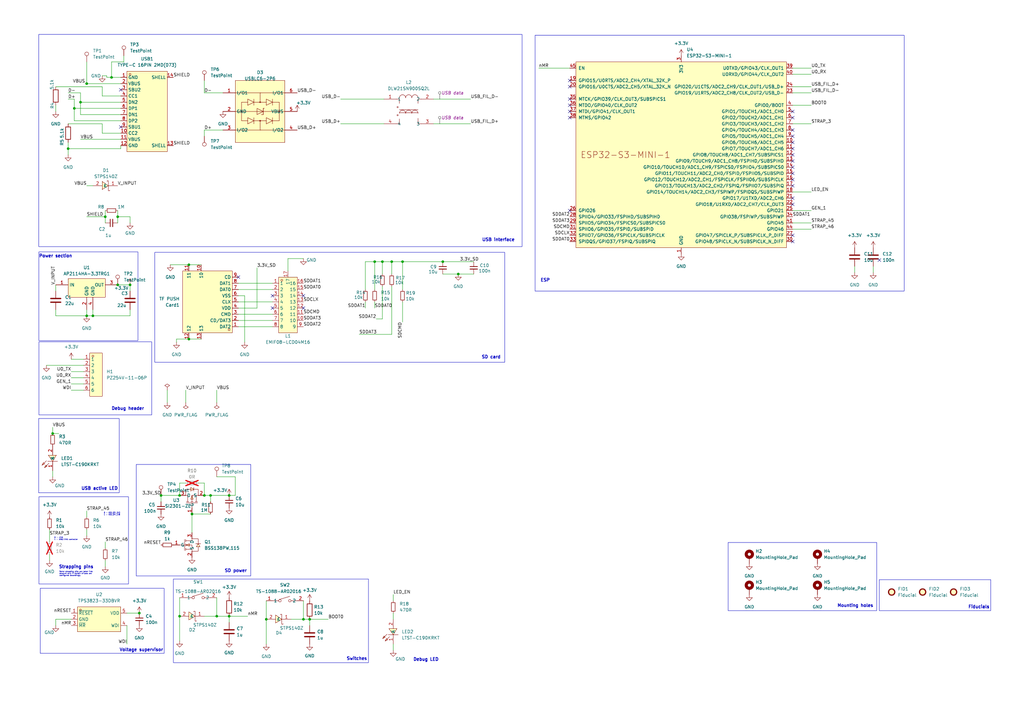
<source format=kicad_sch>
(kicad_sch (version 20230121) (generator eeschema)
  (paper "A3")
  (junction (at 83.82 203.2))
  (junction (at 35.56 129.54))
  (junction (at 38.1 129.54))
  (junction (at 124.46 254))
  (junction (at 66.04 203.2))
  (junction (at 93.98 252.73))
  (junction (at 165.1 107.315))
  (junction (at 86.36 203.2))
  (junction (at 78.74 210.82))
  (junction (at 48.26 88.9))
  (junction (at 160.655 107.315))
  (junction (at 187.96 112.395))
  (junction (at 43.18 88.9))
  (junction (at 27.94 60.96))
  (junction (at 109.22 254))
  (junction (at 30.48 44.45))
  (junction (at 73.66 203.2))
  (junction (at 73.66 252.73))
  (junction (at 77.47 108.585))
  (junction (at 33.02 41.91))
  (junction (at 57.15 251.46))
  (junction (at 127 254))
  (junction (at 77.47 139.065))
  (junction (at 53.34 116.84))
  (junction (at 156.845 107.315))
  (junction (at 48.26 116.84))
  (junction (at 35.56 34.29))
  (junction (at 153.67 107.315))
  (junction (at 45.7504 31.75))
  (junction (at 181.61 107.315))
  (junction (at 88.9 252.73))
  (junction (at 21.59 177.8))
  (junction (at 93.98 203.2))
  (no_connect (at 49.53 36.83))
  (no_connect (at 325.12 83.82))
  (no_connect (at 360.68 106.68))
  (no_connect (at 325.12 60.96))
  (no_connect (at 325.12 63.5))
  (no_connect (at 325.12 48.26))
  (no_connect (at 325.12 81.28))
  (no_connect (at 124.46 126.365))
  (no_connect (at 325.12 53.34))
  (no_connect (at 233.68 40.64))
  (no_connect (at 325.12 68.58))
  (no_connect (at 325.12 76.2))
  (no_connect (at 325.12 71.12))
  (no_connect (at 325.12 58.42))
  (no_connect (at 111.76 126.365))
  (no_connect (at 233.68 48.26))
  (no_connect (at 325.12 45.72))
  (no_connect (at 97.79 113.665))
  (no_connect (at 325.12 55.88))
  (no_connect (at 325.12 96.52))
  (no_connect (at 111.76 121.285))
  (no_connect (at 233.68 86.36))
  (no_connect (at 325.12 66.04))
  (no_connect (at 233.68 45.72))
  (no_connect (at 325.12 73.66))
  (no_connect (at 325.12 99.06))
  (no_connect (at 233.68 35.56))
  (no_connect (at 49.53 52.07))
  (no_connect (at 124.46 121.285))
  (no_connect (at 233.68 43.18))
  (no_connect (at 233.68 33.02))
  (wire (pts (xy 97.79 121.285) (xy 100.33 121.285)))
  (wire (pts (xy 33.02 38.1) (xy 33.02 41.91)))
  (wire (pts (xy 22.86 35.56) (xy 41.91 35.56)))
  (wire (pts (xy 53.34 129.54) (xy 38.1 129.54)))
  (wire (pts (xy 72.39 140.335) (xy 72.39 139.065)))
  (wire (pts (xy 181.61 112.395) (xy 187.96 112.395)))
  (wire (pts (xy 45.7504 25.4) (xy 45.7504 31.75)))
  (wire (pts (xy 35.56 76.2) (xy 38.1 76.2)))
  (wire (pts (xy 187.96 112.395) (xy 194.31 112.395)))
  (wire (pts (xy 160.655 107.315) (xy 160.655 112.395)))
  (wire (pts (xy 41.91 39.37) (xy 49.53 39.37)))
  (wire (pts (xy 97.79 116.205) (xy 111.76 116.205)))
  (wire (pts (xy 124.46 246.38) (xy 124.46 254)))
  (wire (pts (xy 127 254) (xy 127 256.54)))
  (wire (pts (xy 124.46 106.045) (xy 118.11 106.045)))
  (wire (pts (xy 139.7 40.64) (xy 157.48 40.64)))
  (wire (pts (xy 83.82 252.73) (xy 88.9 252.73)))
  (wire (pts (xy 33.02 57.15) (xy 49.53 57.15)))
  (wire (pts (xy 81.28 198.12) (xy 83.82 198.12)))
  (wire (pts (xy 325.12 43.18) (xy 332.74 43.18)))
  (wire (pts (xy 49.53 59.69) (xy 49.53 60.96)))
  (wire (pts (xy 88.9 195.58) (xy 96.52 195.58)))
  (wire (pts (xy 177.8 40.64) (xy 193.04 40.64)))
  (wire (pts (xy 21.59 193.04) (xy 21.59 195.58)))
  (wire (pts (xy 86.36 203.2) (xy 93.98 203.2)))
  (wire (pts (xy 97.79 118.745) (xy 111.76 118.745)))
  (wire (pts (xy 77.47 108.585) (xy 82.55 108.585)))
  (wire (pts (xy 165.1 107.315) (xy 165.1 118.745)))
  (wire (pts (xy 165.1 107.315) (xy 181.61 107.315)))
  (wire (pts (xy 78.74 210.82) (xy 86.36 210.82)))
  (wire (pts (xy 22.86 127) (xy 22.86 129.54)))
  (wire (pts (xy 35.56 25.4) (xy 35.56 34.29)))
  (wire (pts (xy 43.18 86.36) (xy 43.18 88.9)))
  (wire (pts (xy 73.66 203.2) (xy 73.66 198.12)))
  (wire (pts (xy 49.53 54.61) (xy 41.91 54.61)))
  (wire (pts (xy 97.79 133.985) (xy 111.76 133.985)))
  (wire (pts (xy 96.52 203.2) (xy 93.98 203.2)))
  (wire (pts (xy 22.86 254) (xy 22.86 256.54)))
  (wire (pts (xy 48.26 116.84) (xy 53.34 116.84)))
  (wire (pts (xy 73.66 198.12) (xy 76.2 198.12)))
  (wire (pts (xy 45.7504 31.75) (xy 49.53 31.75)))
  (wire (pts (xy 149.86 107.315) (xy 149.86 118.745)))
  (wire (pts (xy 83.82 33.02) (xy 83.82 38.1)))
  (wire (pts (xy 50.8 25.4) (xy 45.7504 25.4)))
  (wire (pts (xy 33.02 41.91) (xy 49.53 41.91)))
  (wire (pts (xy 127 254) (xy 134.62 254)))
  (wire (pts (xy 86.36 203.2) (xy 86.36 205.74)))
  (wire (pts (xy 43.18 229.87) (xy 43.18 232.41)))
  (wire (pts (xy 41.91 50.8) (xy 41.91 54.61)))
  (wire (pts (xy 325.12 27.94) (xy 332.74 27.94)))
  (wire (pts (xy 97.79 123.825) (xy 111.76 123.825)))
  (wire (pts (xy 109.22 246.38) (xy 109.22 254)))
  (wire (pts (xy 83.82 198.12) (xy 83.82 203.2)))
  (wire (pts (xy 27.94 60.96) (xy 27.94 63.5)))
  (wire (pts (xy 325.12 86.36) (xy 332.74 86.36)))
  (wire (pts (xy 21.59 175.26) (xy 21.59 177.8)))
  (wire (pts (xy 22.86 43.18) (xy 22.86 45.72)))
  (wire (pts (xy 325.12 93.98) (xy 332.74 93.98)))
  (wire (pts (xy 105.41 109.855) (xy 105.41 126.365)))
  (wire (pts (xy 30.48 40.64) (xy 30.48 44.45)))
  (wire (pts (xy 27.94 58.42) (xy 27.94 60.96)))
  (wire (pts (xy 29.21 157.48) (xy 34.29 157.48)))
  (wire (pts (xy 30.48 49.53) (xy 49.53 49.53)))
  (wire (pts (xy 22.86 129.54) (xy 35.56 129.54)))
  (wire (pts (xy 100.33 121.285) (xy 100.33 140.335)))
  (wire (pts (xy 124.46 254) (xy 127 254)))
  (wire (pts (xy 153.67 107.315) (xy 153.67 118.745)))
  (wire (pts (xy 43.815 31.75) (xy 45.7504 31.75)))
  (wire (pts (xy 97.79 131.445) (xy 111.76 131.445)))
  (wire (pts (xy 161.29 251.46) (xy 161.29 254)))
  (wire (pts (xy 358.14 109.22) (xy 358.14 111.76)))
  (wire (pts (xy 22.86 119.38) (xy 22.86 116.84)))
  (wire (pts (xy 50.8 22.86) (xy 50.8 25.4)))
  (wire (pts (xy 160.655 107.315) (xy 165.1 107.315)))
  (wire (pts (xy 83.82 38.1) (xy 91.44 38.1)))
  (wire (pts (xy 66.04 203.2) (xy 66.04 205.74)))
  (wire (pts (xy 119.38 254) (xy 124.46 254)))
  (wire (pts (xy 41.91 35.56) (xy 41.91 39.37)))
  (wire (pts (xy 165.1 123.825) (xy 165.1 132.08)))
  (wire (pts (xy 149.86 107.315) (xy 153.67 107.315)))
  (wire (pts (xy 325.12 35.56) (xy 332.74 35.56)))
  (wire (pts (xy 33.02 41.91) (xy 33.02 46.99)))
  (wire (pts (xy 325.12 91.44) (xy 332.74 91.44)))
  (wire (pts (xy 160.655 117.475) (xy 160.655 137.16)))
  (wire (pts (xy 48.26 86.36) (xy 48.26 88.9)))
  (wire (pts (xy 43.815 31.115) (xy 41.91 31.115)))
  (wire (pts (xy 69.85 108.585) (xy 77.47 108.585)))
  (wire (pts (xy 83.82 53.34) (xy 83.82 55.88)))
  (wire (pts (xy 35.56 34.29) (xy 49.53 34.29)))
  (wire (pts (xy 96.52 195.58) (xy 96.52 203.2)))
  (wire (pts (xy 48.26 88.9) (xy 53.34 88.9)))
  (wire (pts (xy 43.18 88.9) (xy 43.18 91.44)))
  (wire (pts (xy 76.2 160.02) (xy 76.2 165.1)))
  (wire (pts (xy 29.21 152.4) (xy 34.29 152.4)))
  (wire (pts (xy 27.94 50.8) (xy 41.91 50.8)))
  (wire (pts (xy 83.82 53.34) (xy 91.44 53.34)))
  (wire (pts (xy 156.845 130.81) (xy 154.305 130.81)))
  (wire (pts (xy 73.66 245.11) (xy 73.66 252.73)))
  (wire (pts (xy 88.9 252.73) (xy 93.98 252.73)))
  (wire (pts (xy 30.48 44.45) (xy 30.48 49.53)))
  (wire (pts (xy 68.58 160.02) (xy 68.58 165.1)))
  (wire (pts (xy 325.12 30.48) (xy 332.74 30.48)))
  (wire (pts (xy 34.925 34.29) (xy 35.56 34.29)))
  (wire (pts (xy 82.55 139.065) (xy 77.47 139.065)))
  (wire (pts (xy 220.98 27.94) (xy 233.68 27.94)))
  (wire (pts (xy 43.18 222.25) (xy 43.18 224.79)))
  (wire (pts (xy 35.56 217.17) (xy 35.56 219.71)))
  (wire (pts (xy 156.845 107.315) (xy 160.655 107.315)))
  (wire (pts (xy 29.21 147.32) (xy 34.29 147.32)))
  (wire (pts (xy 97.79 128.905) (xy 111.76 128.905)))
  (wire (pts (xy 52.07 256.54) (xy 52.07 264.16)))
  (wire (pts (xy 27.94 38.1) (xy 33.02 38.1)))
  (wire (pts (xy 181.61 107.315) (xy 194.31 107.315)))
  (wire (pts (xy 73.66 252.73) (xy 73.66 262.89)))
  (wire (pts (xy 29.21 154.94) (xy 34.29 154.94)))
  (wire (pts (xy 161.29 264.16) (xy 161.29 266.7)))
  (wire (pts (xy 325.12 50.8) (xy 332.74 50.8)))
  (wire (pts (xy 139.7 50.8) (xy 157.48 50.8)))
  (wire (pts (xy 20.32 217.17) (xy 20.32 222.25)))
  (wire (pts (xy 88.9 245.11) (xy 88.9 252.73)))
  (wire (pts (xy 38.1 127) (xy 38.1 129.54)))
  (wire (pts (xy 38.1 129.54) (xy 35.56 129.54)))
  (wire (pts (xy 21.59 177.8) (xy 24.13 177.8)))
  (wire (pts (xy 153.67 123.825) (xy 153.67 126.365)))
  (wire (pts (xy 156.845 107.315) (xy 156.845 112.395)))
  (wire (pts (xy 29.21 254) (xy 22.86 254)))
  (wire (pts (xy 97.79 126.365) (xy 105.41 126.365)))
  (wire (pts (xy 109.22 254) (xy 109.22 264.16)))
  (wire (pts (xy 52.07 251.46) (xy 57.15 251.46)))
  (wire (pts (xy 161.29 243.84) (xy 161.29 246.38)))
  (wire (pts (xy 43.815 31.75) (xy 43.815 31.115)))
  (wire (pts (xy 325.12 38.1) (xy 332.74 38.1)))
  (wire (pts (xy 66.04 203.2) (xy 73.66 203.2)))
  (wire (pts (xy 35.56 209.55) (xy 35.56 212.09)))
  (wire (pts (xy 53.34 88.9) (xy 53.34 91.44)))
  (wire (pts (xy 53.34 116.84) (xy 53.34 119.38)))
  (wire (pts (xy 160.655 137.16) (xy 147.32 137.16)))
  (wire (pts (xy 177.8 50.8) (xy 193.04 50.8)))
  (wire (pts (xy 153.67 107.315) (xy 156.845 107.315)))
  (wire (pts (xy 35.56 88.9) (xy 43.18 88.9)))
  (wire (pts (xy 30.48 44.45) (xy 49.53 44.45)))
  (wire (pts (xy 49.53 46.99) (xy 33.02 46.99)))
  (wire (pts (xy 19.05 149.86) (xy 34.29 149.86)))
  (wire (pts (xy 78.74 210.82) (xy 78.74 218.44)))
  (wire (pts (xy 325.12 78.74) (xy 332.74 78.74)))
  (wire (pts (xy 88.9 160.02) (xy 88.9 165.1)))
  (wire (pts (xy 72.39 139.065) (xy 77.47 139.065)))
  (wire (pts (xy 83.82 203.2) (xy 86.36 203.2)))
  (wire (pts (xy 149.86 123.825) (xy 149.86 126.365)))
  (wire (pts (xy 93.98 252.73) (xy 101.6 252.73)))
  (wire (pts (xy 350.52 109.22) (xy 350.52 111.76)))
  (wire (pts (xy 118.11 106.045) (xy 118.11 111.125)))
  (wire (pts (xy 29.21 160.02) (xy 34.29 160.02)))
  (wire (pts (xy 53.34 127) (xy 53.34 129.54)))
  (wire (pts (xy 48.26 88.9) (xy 48.26 91.44)))
  (wire (pts (xy 49.53 60.96) (xy 27.94 60.96)))
  (wire (pts (xy 93.98 252.73) (xy 93.98 255.27)))
  (wire (pts (xy 156.845 117.475) (xy 156.845 130.81)))
  (wire (pts (xy 27.94 40.64) (xy 30.48 40.64)))
  (wire (pts (xy 35.56 127) (xy 35.56 129.54)))
  (wire (pts (xy 20.32 227.33) (xy 20.32 229.87)))
  (rectangle (start 63.5 103.505) (end 207.01 148.59))
  (rectangle (start 15.9512 103.3272) (end 56.5912 139.7))
  (rectangle (start 298.6278 222.504) (end 359.5878 250.444))
  (rectangle (start 360.6292 237.744) (end 406.3492 250.444))
  (rectangle (start 55.88 190.5) (end 102.87 236.22))
  (rectangle (start 71.12 237.49) (end 151.13 271.78))
  (rectangle (start 15.9766 140.208) (end 62.23 170.18))
  (rectangle (start 219.456 14.478) (end 370.84 119.38))
  (rectangle (start 15.9004 14.1224) (end 214.122 101.1428))
  (rectangle (start 15.8542 171.6447) (end 48.8742 202.1247))
  (rectangle (start 16.51 241.3) (end 67.31 267.97))
  (rectangle (start 15.9787 203.7545) (end 52.705 239.522))
  (text "SD power\n" (at 92.075 234.95 0) (effects (font (size 1.27 1.27) (thickness 0.254) bold) (justify left bottom)))
  (text "Debug LED\n" (at 169.4434 271.3482 0) (effects (font (size 1.27 1.27) (thickness 0.254) bold) (justify left bottom)))
  (text "Strapping pins" (at 24.0998 233.361 0) (effects (font (size 1.27 1.27) (thickness 0.254) bold) (justify left bottom)))
  (text "0 - VDD_SPI_3V3\n1 - VDD_SPI_1V8\n" (at 42.545 211.582 0) (effects (font (size 0.5 0.5) bold) (justify left bottom)))
  (text "Some strapping pins are taken into\naccount only if certain eFuses are\nconfigured accordingly" (at 24.3041 236.5285 0) (effects (font (size 0.5 0.5) bold) (justify left bottom)))
  (text "Debug header\n" (at 45.6727 168.4399 0) (effects (font (size 1.27 1.27) (thickness 0.254) bold) (justify left bottom)))
  (text "Fiducials\n" (at 397.0614 249.7834 0) (effects (font (size 1.27 1.27) (thickness 0.254) bold) (justify left bottom)))
  (text "SD card\n" (at 197.485 147.32 0) (effects (font (size 1.27 1.27) (thickness 0.254) bold) (justify left bottom)))
  (text "Switches\n" (at 142.0839 271.0038 0) (effects (font (size 1.27 1.27) (thickness 0.254) bold) (justify left bottom)))
  (text "USB active LED\n" (at 33.274 201.2188 0) (effects (font (size 1.27 1.27) (thickness 0.254) bold) (justify left bottom)))
  (text "ESP\n" (at 221.6351 115.7908 0) (effects (font (size 1.27 1.27) (thickness 0.254) bold) (justify left bottom)))
  (text "Voltage supervisor" (at 48.9505 267.3923 0) (effects (font (size 1.27 1.27) (thickness 0.254) bold) (justify left bottom)))
  (text "USB interface" (at 197.6592 99.2075 0) (effects (font (size 1.27 1.27) (thickness 0.254) bold) (justify left bottom)))
  (text "Power section\n" (at 15.9512 105.8672 0) (effects (font (size 1.27 1.27) (thickness 0.254) bold) (justify left bottom)))
  (text "0 - JTAG\n1 - USB/JTAG controller" (at 22.225 221.742 0) (effects (font (size 0.5 0.5) bold) (justify left bottom)))
  (text "Mounting holes\n" (at 343.3481 249.2621 0) (effects (font (size 1.27 1.27) (thickness 0.254) bold) (justify left bottom)))
  (label "V_INPUT" (at 48.26 76.2 0))
  (label "U0_RX" (at 332.74 30.48 0))
  (label "U0_TX" (at 332.74 27.94 0))
  (label "nMR" (at 220.98 27.94 0))
  (label "BOOT0" (at 332.74 43.18 0))
  (label "BOOT0" (at 134.62 254 0))
  (label "3.3V_SD" (at 66.04 203.2 180))
  (label "STRAP_46" (at 332.74 93.98 0))
  (label "USB_FIL_D-" (at 193.04 40.64 0))
  (label "WDI" (at 52.07 264.16 180))
  (label "SHIELD" (at 35.56 88.9 0))
  (label "VBUS" (at 21.59 175.26 0))
  (label "nRESET" (at 66.04 223.52 180))
  (label "LED_EN" (at 161.29 243.84 0))
  (label "3.3V_SD" (at 105.41 109.855 0))
  (label "STRAP_45" (at 35.56 209.55 0))
  (label "SDDAT2" (at 124.46 133.985 0))
  (label "SDCLX" (at 124.46 123.825 0))
  (label "USB_FIL_D+" (at 332.74 35.56 0))
  (label "SDDAT2" (at 233.68 88.9 180))
  (label "SDCMD" (at 124.46 128.905 0))
  (label "STRAP_3" (at 332.74 50.8 0))
  (label "3.3V_SD" (at 188.595 107.315 0))
  (label "SDDAT0" (at 153.67 126.365 0))
  (label "SDCLX" (at 233.68 96.52 180))
  (label "SDDAT0" (at 124.46 118.745 0))
  (label "USB_D+" (at 121.92 53.34 0))
  (label "USB_D-" (at 121.92 38.1 0))
  (label "STRAP_45" (at 332.74 91.44 0))
  (label "SDDAT3" (at 124.46 131.445 0))
  (label "nMR" (at 29.21 256.54 180))
  (label "V_INPUT" (at 76.2 160.02 0))
  (label "D+" (at 27.94 40.64 0))
  (label "STRAP_46" (at 43.18 222.25 0))
  (label "nRESET" (at 29.21 251.46 180))
  (label "SHIELD" (at 71.12 59.69 0))
  (label "USB_FIL_D-" (at 332.74 38.1 0))
  (label "SDDAT3" (at 147.32 137.16 0))
  (label "U0_TX" (at 29.21 152.4 180))
  (label "LED_EN" (at 332.74 78.74 0))
  (label "VBUS" (at 88.9 160.02 0))
  (label "D+" (at 83.82 53.34 0))
  (label "VBUS" (at 35.56 76.2 180))
  (label "nMR" (at 101.6 252.73 0))
  (label "SDDAT1" (at 124.46 116.205 0))
  (label "GEN_1" (at 332.74 86.36 0))
  (label "SHIELD" (at 71.12 31.75 0))
  (label "SDDAT1" (at 325.12 88.9 0))
  (label "SDDAT2" (at 154.305 130.81 180))
  (label "VBUS" (at 33.02 57.15 0))
  (label "SDDAT0" (at 233.68 99.06 180))
  (label "SDDAT3" (at 233.68 91.44 180))
  (label "VBUS" (at 34.925 34.29 180))
  (label "D-" (at 83.82 38.1 0))
  (label "D-" (at 27.94 38.1 0))
  (label "SDCMD" (at 165.1 132.08 270))
  (label "GEN_1" (at 29.21 157.48 180))
  (label "USB_D+" (at 139.7 50.8 180))
  (label "USB_FIL_D+" (at 193.04 50.8 0))
  (label "WDI" (at 29.21 160.02 180))
  (label "USB_D-" (at 139.7 40.64 180))
  (label "U0_RX" (at 29.21 154.94 180))
  (label "SDCMD" (at 233.68 93.98 180))
  (label "SDDAT1" (at 149.86 126.365 180))
  (label "STRAP_3" (at 20.32 219.71 0))
  (label "V_INPUT" (at 22.86 116.84 90))
  (netclass_flag "" (length 2.54) (shape round) (at 180.34 40.64 0) (property "Netclass" "USB data" (at 181.0385 38.1 0) (effects (font italic) (justify left))))
  (netclass_flag "" (length 2.54) (shape round) (at 180.34 50.8 0) (property "Netclass" "USB data" (at 181.0385 48.26 0) (effects (font italic) (justify left))))
  (symbol (lib_id "my_symbol_library:STPS140Z") (at 78.74 252.73 180) (unit 1)
    (property "Reference" "D2" (at 78.8162 258.318 0))
    (property "Value" "STPS140Z" (at 84.074 256.3368 0))
    (property "Footprint" "my_lib:SOD-123_L2.8-W1.8-LS3.7-RD" (effects hide))
    (property "Datasheet" "https://lcsc.com/product-detail/Schottky-Barrier-Diodes-SBD_STMicroelectronics_STPS140Z_STPS140Z_C155662.html" (effects hide))
    (property "LCSC Part" "C155662" (effects hide))
  )
  (symbol (lib_id "power:GND") (at 93.98 262.89 0) (unit 1)
    (property "Reference" "#PWR027" (effects hide))
    (property "Value" "GND" (at 93.98 267.716 0))
  )
  (symbol (lib_id "Device:C") (at 22.86 123.19 0) (unit 1)
    (property "Reference" "C1" (at 26.67 121.92 0) (effects (justify left)))
    (property "Value" "22u" (at 26.67 124.46 0) (effects (justify left)))
    (property "Footprint" "Capacitor_SMD:C_0805_2012Metric" (effects hide))
  )
  (symbol (lib_id "power:GND") (at 35.56 129.54 0) (unit 1)
    (property "Reference" "#PWR09" (effects hide))
    (property "Value" "GND" (at 35.56 134.62 0))
  )
  (symbol (lib_id "Device:R_Small") (at 161.29 248.92 0) (unit 1)
    (property "Reference" "R18" (at 163.83 247.65 0) (effects (justify left)))
    (property "Value" "470R" (at 163.83 250.19 0) (effects (justify left)))
    (property "Footprint" "Resistor_SMD:R_0805_2012Metric" (effects hide))
  )
  (symbol (lib_id "power:GND") (at 335.28 243.84 0) (unit 1)
    (property "Reference" "#PWR041" (effects hide))
    (property "Value" "GND" (at 335.28 248.92 0))
  )
  (symbol (lib_id "power:GND") (at 72.39 140.335 0) (unit 1)
    (property "Reference" "#PWR020" (effects hide))
    (property "Value" "GND" (at 72.39 145.415 0))
  )
  (symbol (lib_id "my_symbol_library:PZ254V-11-06P") (at 39.37 153.67 0) (unit 1)
    (property "Reference" "H1" (at 43.6626 152.4 0) (effects (justify left)))
    (property "Value" "PZ254V-11-06P" (at 43.6626 154.94 0) (effects (justify left)))
    (property "Footprint" "my_lib:[6P_HEADER_STR]XFCN PZ254V-11-06P" (effects hide))
    (property "Datasheet" "https://lcsc.com/product-detail/New-Arrivals_XFCN-PZ254V-11-06P_C492405.html" (effects hide))
    (property "LCSC Part" "C492405" (effects hide))
  )
  (symbol (lib_id "Mechanical:Fiducial") (at 391.1092 242.824 0) (unit 1)
    (property "Reference" "FID3" (at 393.6492 241.554 0) (effects (justify left)))
    (property "Value" "Fiducial" (at 393.6492 244.094 0) (effects (justify left)))
    (property "Footprint" "Fiducial:Fiducial_0.5mm_Mask1mm" (effects hide))
  )
  (symbol (lib_id "my_symbol_library:STPS140Z") (at 114.3 254 180) (unit 1)
    (property "Reference" "D4" (at 114.3762 259.588 0))
    (property "Value" "STPS140Z" (at 119.634 257.6068 0))
    (property "Footprint" "my_lib:SOD-123_L2.8-W1.8-LS3.7-RD" (effects hide))
    (property "Datasheet" "https://lcsc.com/product-detail/Schottky-Barrier-Diodes-SBD_STMicroelectronics_STPS140Z_STPS140Z_C155662.html" (effects hide))
    (property "LCSC Part" "C155662" (effects hide))
  )
  (symbol (lib_id "power:+3.3V") (at 93.98 245.11 0) (unit 1)
    (property "Reference" "#PWR026" (effects hide))
    (property "Value" "+3.3V" (at 93.98 240.792 0))
  )
  (symbol (lib_id "Mechanical:Fiducial") (at 365.7092 242.824 0) (unit 1)
    (property "Reference" "FID1" (at 368.2492 241.554 0) (effects (justify left)))
    (property "Value" "Fiducial" (at 368.2492 244.094 0) (effects (justify left)))
    (property "Footprint" "Fiducial:Fiducial_0.5mm_Mask1mm" (effects hide))
  )
  (symbol (lib_id "Connector:TestPoint") (at 88.9 195.58 0) (unit 1)
    (property "Reference" "TP8" (at 90.9041 191.008 0) (effects (justify left)))
    (property "Value" "TestPoint" (at 90.9041 193.548 0) (effects (justify left)))
    (property "Footprint" "TestPoint:TestPoint_Pad_D1.0mm" (effects hide))
  )
  (symbol (lib_id "Device:C") (at 53.34 123.19 0) (unit 1)
    (property "Reference" "C3" (at 49.7332 120.3452 0) (effects (justify left)))
    (property "Value" "22u" (at 48.0568 125.2728 0) (effects (justify left)))
    (property "Footprint" "Capacitor_SMD:C_0805_2012Metric" (effects hide))
  )
  (symbol (lib_id "power:GND") (at 78.74 228.6 0) (unit 1)
    (property "Reference" "#PWR022" (effects hide))
    (property "Value" "GND" (at 78.74 233.68 0))
  )
  (symbol (lib_id "Connector:TestPoint") (at 83.82 55.88 180) (unit 1)
    (property "Reference" "TP7" (at 86.36 57.912 0) (effects (justify right)))
    (property "Value" "TestPoint" (at 86.36 60.452 0) (effects (justify right)))
    (property "Footprint" "TestPoint:TestPoint_Pad_D1.0mm" (effects hide))
  )
  (symbol (lib_id "Device:C_Small") (at 57.15 254 0) (unit 1)
    (property "Reference" "C4" (at 59.69 252.7363 0) (effects (justify left)))
    (property "Value" "100n" (at 59.69 255.2763 0) (effects (justify left)))
    (property "Footprint" "Capacitor_SMD:C_0805_2012Metric" (effects hide))
  )
  (symbol (lib_id "power:+3.3V") (at 57.15 251.46 0) (unit 1)
    (property "Reference" "#PWR015" (effects hide))
    (property "Value" "+3.3V" (at 57.15 246.38 0))
  )
  (symbol (lib_id "Device:R_Small") (at 43.18 227.33 0) (unit 1)
    (property "Reference" "R7" (at 45.72 226.06 0) (effects (justify left)))
    (property "Value" "10k" (at 45.72 228.6 0) (effects (justify left)))
    (property "Footprint" "Resistor_SMD:R_0805_2012Metric" (effects hide))
  )
  (symbol (lib_id "Device:R") (at 127 250.19 0) (unit 1)
    (property "Reference" "R13" (at 128.778 248.92 0) (effects (justify left)))
    (property "Value" "10k" (at 128.778 251.46 0) (effects (justify left)))
    (property "Footprint" "Resistor_SMD:R_0805_2012Metric" (effects hide))
  )
  (symbol (lib_id "power:PWR_FLAG") (at 88.9 165.1 180) (unit 1)
    (property "Reference" "#FLG03" (effects hide))
    (property "Value" "PWR_FLAG" (at 88.9 170.18 0))
  )
  (symbol (lib_id "power:GND") (at 161.29 266.7 0) (unit 1)
    (property "Reference" "#PWR034" (effects hide))
    (property "Value" "GND" (at 164.1856 270.3068 0))
  )
  (symbol (lib_id "power:GND") (at 307.34 231.14 0) (unit 1)
    (property "Reference" "#PWR038" (effects hide))
    (property "Value" "GND" (at 307.34 236.22 0))
  )
  (symbol (lib_id "my_symbol_library:SI2301-ZE") (at 78.74 203.2 90) (unit 1)
    (property "Reference" "U3" (at 72.2943 205.1793 90))
    (property "Value" "SI2301-ZE" (at 73.0149 207.5541 90))
    (property "Footprint" "my_lib:[POWER_PMOS]HXY MOSFET SI2301-ZE" (effects hide))
    (property "LCSC Part" "C5261052" (effects hide))
  )
  (symbol (lib_id "Mechanical:Fiducial") (at 378.4092 242.824 0) (unit 1)
    (property "Reference" "FID2" (at 380.9492 241.554 0) (effects (justify left)))
    (property "Value" "Fiducial" (at 380.9492 244.094 0) (effects (justify left)))
    (property "Footprint" "Fiducial:Fiducial_0.5mm_Mask1mm" (effects hide))
  )
  (symbol (lib_id "power:GND") (at 41.91 31.115 0) (unit 1)
    (property "Reference" "#PWR011" (effects hide))
    (property "Value" "GND" (at 39.37 31.115 0))
  )
  (symbol (lib_id "power:+3.3V") (at 93.98 203.2 0) (unit 1)
    (property "Reference" "#PWR024" (effects hide))
    (property "Value" "+3.3V" (at 90.2968 201.0624 0))
  )
  (symbol (lib_id "Device:R") (at 93.98 248.92 0) (unit 1)
    (property "Reference" "R12" (at 95.758 247.65 0) (effects (justify left)))
    (property "Value" "10k" (at 95.758 250.19 0) (effects (justify left)))
    (property "Footprint" "Resistor_SMD:R_0805_2012Metric" (effects hide))
  )
  (symbol (lib_id "power:+3.3V") (at 53.34 116.84 0) (unit 1)
    (property "Reference" "#PWR014" (effects hide))
    (property "Value" "+3.3V" (at 49.7717 118.1458 0))
  )
  (symbol (lib_id "power:+3.3V") (at 20.32 212.09 0) (unit 1)
    (property "Reference" "#PWR02" (effects hide))
    (property "Value" "+3.3V" (at 20.32 207.01 0))
  )
  (symbol (lib_id "Device:R_Small") (at 45.72 86.36 90) (unit 1)
    (property "Reference" "R8" (at 42.7736 84.836 90) (effects (justify left)))
    (property "Value" "1M" (at 51.1048 84.836 90) (effects (justify left)))
    (property "Footprint" "Resistor_SMD:R_0805_2012Metric" (effects hide))
  )
  (symbol (lib_id "power:GND") (at 69.85 108.585 0) (unit 1)
    (property "Reference" "#PWR019" (effects hide))
    (property "Value" "GND" (at 69.85 113.665 0))
  )
  (symbol (lib_id "my_symbol_library:AP2114HA-3.3TRG1") (at 35.56 116.84 0) (unit 1)
    (property "Reference" "U1" (at 35.56 109.728 0))
    (property "Value" "AP2114HA-3.3TRG1" (at 35.56 112.268 0))
    (property "Footprint" "my_lib:[LDO]Diodes Incorporated AP2114HA-3.3TRG1" (effects hide))
    (property "Datasheet" "https://lcsc.com/product-detail/Low-Dropout-Regulators-LDO_Diodes-Incorporated-AP2114HA-3-3TRG1_C460314.html" (effects hide))
    (property "LCSC Part" "C460314" (effects hide))
  )
  (symbol (lib_id "my_symbol_library:BSS138PW,115") (at 78.74 223.52 0) (unit 1)
    (property "Reference" "Q1" (at 83.82 222.25 0) (effects (justify left)))
    (property "Value" "BSS138PW,115" (at 83.82 224.79 0) (effects (justify left)))
    (property "Footprint" "my_lib:[NMOS]Nexperia BSS138PW,115" (effects hide))
    (property "Datasheet" "https://lcsc.com/product-detail/MOSFET_Nexperia_BSS138PW-115_Nexperia-BSS138PW-115_C193366.html" (effects hide))
    (property "LCSC Part" "C193366" (effects hide))
  )
  (symbol (lib_id "power:GND") (at 187.96 112.395 0) (unit 1)
    (property "Reference" "#PWR035" (effects hide))
    (property "Value" "GND" (at 187.96 117.475 0))
  )
  (symbol (lib_id "power:GND") (at 307.34 243.84 0) (unit 1)
    (property "Reference" "#PWR039" (effects hide))
    (property "Value" "GND" (at 307.34 248.92 0))
  )
  (symbol (lib_id "my_symbol_library:TS-1088-AR02016") (at 116.84 246.38 0) (unit 1)
    (property "Reference" "SW2" (at 116.84 239.9284 0))
    (property "Value" "TS-1088-AR02016" (at 114.3 242.57 0))
    (property "Footprint" "my_lib:[TACTILE_SWITCH]XUNPU TS-1088-AR02016" (effects hide))
    (property "Datasheet" "https://lcsc.com/product-detail/Tactile-Switches_XUNPU-TS-1088-AR02016_C720477.html" (effects hide))
    (property "LCSC Part" "C720477" (effects hide))
  )
  (symbol (lib_id "Connector:TestPoint") (at 35.56 25.4 0) (unit 1)
    (property "Reference" "TP1" (at 38.1 20.828 0) (effects (justify left)))
    (property "Value" "TestPoint" (at 38.1 23.368 0) (effects (justify left)))
    (property "Footprint" "TestPoint:TestPoint_Pad_D1.0mm" (effects hide))
  )
  (symbol (lib_id "Device:R_Small") (at 153.67 121.285 0) (unit 1)
    (property "Reference" "R15" (at 156.21 120.015 0) (effects (justify left)))
    (property "Value" "10k" (at 156.21 122.555 0) (effects (justify left)))
    (property "Footprint" "Resistor_SMD:R_0805_2012Metric" (effects hide))
  )
  (symbol (lib_id "power:GND") (at 57.15 256.54 0) (unit 1)
    (property "Reference" "#PWR016" (effects hide))
    (property "Value" "GND" (at 57.15 261.62 0))
  )
  (symbol (lib_id "power:GND") (at 358.14 111.76 0) (unit 1)
    (property "Reference" "#PWR045" (effects hide))
    (property "Value" "GND" (at 358.14 116.84 0))
  )
  (symbol (lib_id "Device:C") (at 350.52 105.41 0) (unit 1)
    (property "Reference" "C11" (at 354.33 104.14 0) (effects (justify left)))
    (property "Value" "10u" (at 354.33 106.68 0) (effects (justify left)))
    (property "Footprint" "Capacitor_SMD:C_0805_2012Metric" (effects hide))
  )
  (symbol (lib_id "my_symbol_library:STPS140Z") (at 43.18 76.2 180) (unit 1)
    (property "Reference" "D1" (at 43.435 69.85 0))
    (property "Value" "STPS140Z" (at 43.435 72.39 0))
    (property "Footprint" "my_lib:SOD-123_L2.8-W1.8-LS3.7-RD" (effects hide))
    (property "Datasheet" "https://lcsc.com/product-detail/Schottky-Barrier-Diodes-SBD_STMicroelectronics_STPS140Z_STPS140Z_C155662.html" (effects hide))
    (property "LCSC Part" "C155662" (effects hide))
  )
  (symbol (lib_id "power:+3.3V") (at 279.4 22.86 0) (unit 1)
    (property "Reference" "#PWR036" (effects hide))
    (property "Value" "+3.3V" (at 279.4 17.78 0))
  )
  (symbol (lib_id "Connector:TestPoint") (at 50.8 22.86 0) (unit 1)
    (property "Reference" "TP3" (at 53.34 18.288 0) (effects (justify left)))
    (property "Value" "TestPoint" (at 53.34 20.828 0) (effects (justify left)))
    (property "Footprint" "TestPoint:TestPoint_Pad_D1.0mm" (effects hide))
  )
  (symbol (lib_id "Device:C_Small") (at 45.72 91.44 90) (unit 1)
    (property "Reference" "C2" (at 43.18 93.98 90) (effects (justify left)))
    (property "Value" "1u" (at 45.72 96.52 90) (effects (justify left)))
    (property "Footprint" "Capacitor_SMD:C_0805_2012Metric" (effects hide))
  )
  (symbol (lib_id "power:GND") (at 91.44 45.72 0) (unit 1)
    (property "Reference" "#PWR023" (effects hide))
    (property "Value" "GND" (at 91.44 50.8 0))
  )
  (symbol (lib_id "power:GND") (at 35.56 219.71 0) (unit 1)
    (property "Reference" "#PWR010" (effects hide))
    (property "Value" "GND" (at 35.56 224.282 0))
  )
  (symbol (lib_id "Device:R_Small") (at 68.58 223.52 270) (unit 1)
    (property "Reference" "R9" (at 68.58 218.44 90))
    (property "Value" "1k" (at 68.58 220.98 90))
    (property "Footprint" "Resistor_SMD:R_0805_2012Metric" (effects hide))
  )
  (symbol (lib_id "Device:R") (at 22.86 39.37 180) (unit 1)
    (property "Reference" "R4" (at 21.4623 43.3052 90))
    (property "Value" "5.1k" (at 21.2473 34.6685 90))
    (property "Footprint" "Resistor_SMD:R_0805_2012Metric" (effects hide))
  )
  (symbol (lib_id "my_symbol_library:LTST-C190KRKT") (at 20.32 187.96 90) (unit 1)
    (property "Reference" "LED1" (at 25.0444 187.96 90) (effects (justify right)))
    (property "Value" "LTST-C190KRKT" (at 25.0444 190.5 90) (effects (justify right)))
    (property "Footprint" "my_lib:[LED]Lite-On LTST-C190KRKT" (effects hide))
    (property "Datasheet" "https://lcsc.com/product-detail/Light-Emitting-Diodes-LED_LTST-C190KRKT_C94869.html" (effects hide))
    (property "LCSC Part" "C94869" (effects hide))
  )
  (symbol (lib_id "power:GND") (at 127 264.16 0) (unit 1)
    (property "Reference" "#PWR033" (effects hide))
    (property "Value" "GND" (at 127 268.986 0))
  )
  (symbol (lib_id "Device:R_Small") (at 156.845 114.935 180) (unit 1)
    (property "Reference" "R16" (at 153.035 113.665 0) (effects (justify right)))
    (property "Value" "10k" (at 152.4 115.57 0) (effects (justify right)))
    (property "Footprint" "Resistor_SMD:R_0805_2012Metric" (effects hide))
  )
  (symbol (lib_id "power:GND") (at 27.94 63.5 0) (unit 1)
    (property "Reference" "#PWR07" (effects hide))
    (property "Value" "GND" (at 27.94 68.58 0))
  )
  (symbol (lib_id "power:GND") (at 22.86 45.72 0) (unit 1)
    (property "Reference" "#PWR05" (effects hide))
    (property "Value" "GND" (at 22.86 50.8 0))
  )
  (symbol (lib_id "power:GND") (at 43.18 232.41 0) (unit 1)
    (property "Reference" "#PWR012" (effects hide))
    (property "Value" "GND" (at 43.18 236.982 0))
  )
  (symbol (lib_id "Device:R_Small") (at 78.74 198.12 90) (unit 1) (dnp yes)
    (property "Reference" "R10" (at 78.74 193.04 90))
    (property "Value" "0R" (at 78.74 195.58 90))
    (property "Footprint" "Resistor_SMD:R_0805_2012Metric" (effects hide))
  )
  (symbol (lib_id "Mechanical:MountingHole_Pad") (at 307.34 241.3 0) (unit 1)
    (property "Reference" "H3" (at 309.88 238.76 0) (effects (justify left)))
    (property "Value" "MountingHole_Pad" (at 309.88 241.3 0) (effects (justify left)))
    (property "Footprint" "MountingHole:MountingHole_2.2mm_M2_DIN965_Pad" (effects hide))
  )
  (symbol (lib_id "power:+3.3V") (at 29.21 147.32 0) (unit 1)
    (property "Reference" "#PWR08" (effects hide))
    (property "Value" "+3.3V" (at 29.21 142.24 0))
  )
  (symbol (lib_id "Device:R_Small") (at 20.32 214.63 0) (unit 1)
    (property "Reference" "R1" (at 22.86 213.36 0) (effects (justify left)))
    (property "Value" "10k" (at 22.86 215.9 0) (effects (justify left)))
    (property "Footprint" "Resistor_SMD:R_0805_2012Metric" (effects hide))
  )
  (symbol (lib_id "Device:C_Small") (at 181.61 109.855 0) (unit 1)
    (property "Reference" "C9" (at 176.4249 109.4256 0) (effects (justify left)))
    (property "Value" "10u" (at 175.7117 111.4488 0) (effects (justify left)))
    (property "Footprint" "Capacitor_SMD:C_0805_2012Metric" (effects hide))
  )
  (symbol (lib_id "power:GND") (at 93.98 208.28 0) (unit 1)
    (property "Reference" "#PWR025" (effects hide))
    (property "Value" "GND" (at 93.98 213.36 0))
  )
  (symbol (lib_id "Mechanical:MountingHole_Pad") (at 307.34 228.6 0) (unit 1)
    (property "Reference" "H2" (at 309.88 226.06 0) (effects (justify left)))
    (property "Value" "MountingHole_Pad" (at 309.88 228.6 0) (effects (justify left)))
    (property "Footprint" "MountingHole:MountingHole_2.2mm_M2_DIN965_Pad" (effects hide))
  )
  (symbol (lib_id "Connector:TestPoint") (at 83.82 33.02 0) (unit 1)
    (property "Reference" "TP6" (at 86.36 28.448 0) (effects (justify left)))
    (property "Value" "TestPoint" (at 86.36 30.988 0) (effects (justify left)))
    (property "Footprint" "TestPoint:TestPoint_Pad_D1.0mm" (effects hide))
  )
  (symbol (lib_id "Device:R_Small") (at 165.1 121.285 0) (unit 1)
    (property "Reference" "R19" (at 166.4646 120.1971 0) (effects (justify left)))
    (property "Value" "10k" (at 166.37 122.555 0) (effects (justify left)))
    (property "Footprint" "Resistor_SMD:R_0805_2012Metric" (effects hide))
  )
  (symbol (lib_id "power:PWR_FLAG") (at 76.2 165.1 180) (unit 1)
    (property "Reference" "#FLG02" (effects hide))
    (property "Value" "PWR_FLAG" (at 76.2 170.18 0))
  )
  (symbol (lib_id "power:PWR_FLAG") (at 68.58 160.02 0) (unit 1)
    (property "Reference" "#FLG01" (effects hide))
    (property "Value" "PWR_FLAG" (effects hide))
  )
  (symbol (lib_id "Mechanical:MountingHole_Pad") (at 335.28 241.3 0) (unit 1)
    (property "Reference" "H5" (at 337.82 238.76 0) (effects (justify left)))
    (property "Value" "MountingHole_Pad" (at 337.82 241.3 0) (effects (justify left)))
    (property "Footprint" "MountingHole:MountingHole_2.2mm_M2_DIN965_Pad" (effects hide))
  )
  (symbol (lib_id "power:GND") (at 22.86 256.54 0) (unit 1)
    (property "Reference" "#PWR06" (effects hide))
    (property "Value" "GND" (at 20.2168 259.4056 0))
  )
  (symbol (lib_id "power:GND") (at 53.34 91.44 0) (unit 1)
    (property "Reference" "#PWR013" (effects hide))
    (property "Value" "GND" (at 53.34 95.631 0))
  )
  (symbol (lib_id "my_symbol_library:USBLC6-2P6") (at 106.68 45.72 0) (unit 1)
    (property "Reference" "D3" (at 106.68 29.718 0))
    (property "Value" "USBLC6-2P6" (at 106.68 32.258 0))
    (property "Footprint" "my_lib:SOT-666-6_L1.6-W1.2-P0.50-LS1.6-BR" (effects hide))
    (property "Datasheet" "https://lcsc.com/product-detail/Diodes-ESD_STMicroelectronics_USBLC6-2P6_USBLC6-2P6_C15999.html" (effects hide))
    (property "LCSC Part" "C15999" (effects hide))
  )
  (symbol (lib_id "power:GND") (at 73.66 262.89 0) (unit 1)
    (property "Reference" "#PWR021" (effects hide))
    (property "Value" "GND" (at 73.66 267.97 0))
  )
  (symbol (lib_id "power:GND") (at 279.4 104.14 0) (unit 1)
    (property "Reference" "#PWR037" (effects hide))
    (property "Value" "GND" (at 279.4 109.22 0))
  )
  (symbol (lib_id "power:GND") (at 19.05 149.86 0) (unit 1)
    (property "Reference" "#PWR01" (effects hide))
    (property "Value" "GND" (at 19.05 154.94 0))
  )
  (symbol (lib_id "power:GND") (at 66.04 210.82 0) (unit 1)
    (property "Reference" "#PWR017" (effects hide))
    (property "Value" "GND" (at 66.04 215.9 0))
  )
  (symbol (lib_id "Device:R") (at 27.94 54.61 180) (unit 1)
    (property "Reference" "R5" (at 25.4 58.42 90))
    (property "Value" "5.1k" (at 25.4 54.61 90))
    (property "Footprint" "Resistor_SMD:R_0805_2012Metric" (effects hide))
  )
  (symbol (lib_id "Device:R_Small") (at 86.36 208.28 0) (unit 1)
    (property "Reference" "R11" (at 82.5222 207.0447 0) (effects (justify left)))
    (property "Value" "1M" (at 82.3292 209.2318 0) (effects (justify left)))
    (property "Footprint" "Resistor_SMD:R_0805_2012Metric" (effects hide))
  )
  (symbol (lib_id "Mechanical:MountingHole_Pad") (at 335.28 228.6 0) (unit 1)
    (property "Reference" "H4" (at 337.82 226.06 0) (effects (justify left)))
    (property "Value" "MountingHole_Pad" (at 337.82 228.6 0) (effects (justify left)))
    (property "Footprint" "MountingHole:MountingHole_2.2mm_M2_DIN965_Pad" (effects hide))
  )
  (symbol (lib_id "power:GND") (at 124.46 106.045 0) (unit 1)
    (property "Reference" "#PWR031" (effects hide))
    (property "Value" "GND" (at 127.7241 106.6603 0))
  )
  (symbol (lib_id "Connector:TestPoint") (at 66.04 203.2 0) (unit 1)
    (property "Reference" "TP4" (at 68.58 198.628 0) (effects (justify left)))
    (property "Value" "TestPoint" (at 68.58 201.168 0) (effects (justify left)))
    (property "Footprint" "TestPoint:TestPoint_Pad_D1.0mm" (effects hide))
  )
  (symbol (lib_id "Device:R_Small") (at 35.56 214.63 0) (unit 1)
    (property "Reference" "R6" (at 38.1 213.36 0) (effects (justify left)))
    (property "Value" "10k" (at 38.1 215.9 0) (effects (justify left)))
    (property "Footprint" "Resistor_SMD:R_0805_2012Metric" (effects hide))
  )
  (symbol (lib_id "Device:C") (at 127 260.35 0) (unit 1)
    (property "Reference" "C8" (at 130.048 259.08 0) (effects (justify left)))
    (property "Value" "1u" (at 130.048 261.62 0) (effects (justify left)))
    (property "Footprint" "Capacitor_SMD:C_0805_2012Metric" (effects hide))
  )
  (symbol (lib_id "Device:R_Small") (at 20.32 224.79 0) (unit 1) (dnp yes)
    (property "Reference" "R2" (at 22.86 223.52 0) (effects (justify left)))
    (property "Value" "10k" (at 22.86 226.06 0) (effects (justify left)))
    (property "Footprint" "Resistor_SMD:R_0805_2012Metric" (effects hide))
  )
  (symbol (lib_id "Device:C_Small") (at 93.98 205.74 0) (unit 1)
    (property "Reference" "C6" (at 96.52 204.4763 0) (effects (justify left)))
    (property "Value" "10u" (at 96.52 207.0163 0) (effects (justify left)))
    (property "Footprint" "Capacitor_SMD:C_0805_2012Metric" (effects hide))
  )
  (symbol (lib_id "power:GND") (at 109.22 264.16 0) (unit 1)
    (property "Reference" "#PWR029" (effects hide))
    (property "Value" "GND" (at 109.22 269.24 0))
  )
  (symbol (lib_id "my_symbol_library:TYPE-C16PIN2MD(073)") (at 60.96 45.72 0) (unit 1)
    (property "Reference" "USB1" (at 60.325 24.13 0))
    (property "Value" "TYPE-C 16PIN 2MD(073)" (at 60.325 26.67 0))
    (property "Footprint" "my_lib:USB-C-SMD_TYPE-C-6PIN-2MD-073" (effects hide))
    (property "Datasheet" "https://www.lcsc.com/product-detail/USB-Connectors_SHOU-HAN-TYPE-C-16PIN-2MD-073_C2765186.html" (effects hide))
    (property "LCSC Part" "C2765186" (effects hide))
  )
  (symbol (lib_id "power:+3.3V") (at 358.14 101.6 0) (unit 1)
    (property "Reference" "#PWR044" (effects hide))
    (property "Value" "+3.3V" (at 358.14 96.52 0))
  )
  (symbol (lib_id "power:+3.3V") (at 127 246.38 0) (unit 1)
    (property "Reference" "#PWR032" (effects hide))
    (property "Value" "+3.3V" (at 127 242.062 0))
  )
  (symbol (lib_id "Device:C") (at 93.98 259.08 0) (unit 1)
    (property "Reference" "C7" (at 97.028 257.81 0) (effects (justify left)))
    (property "Value" "1u" (at 97.028 260.35 0) (effects (justify left)))
    (property "Footprint" "Capacitor_SMD:C_0805_2012Metric" (effects hide))
  )
  (symbol (lib_id "Connector:TestPoint") (at 48.26 116.84 0) (unit 1)
    (property "Reference" "TP2" (at 50.8 112.268 0) (effects (justify left)))
    (property "Value" "TestPoint" (at 50.8 114.808 0) (effects (justify left)))
    (property "Footprint" "TestPoint:TestPoint_Pad_D1.0mm" (effects hide))
  )
  (symbol (lib_id "Device:R_Small") (at 21.59 180.34 0) (unit 1)
    (property "Reference" "R3" (at 24.13 179.07 0) (effects (justify left)))
    (property "Value" "470R" (at 24.13 181.61 0) (effects (justify left)))
    (property "Footprint" "Resistor_SMD:R_0805_2012Metric" (effects hide))
  )
  (symbol (lib_id "power:GND") (at 335.28 231.14 0) (unit 1)
    (property "Reference" "#PWR040" (effects hide))
    (property "Value" "GND" (at 335.28 236.22 0))
  )
  (symbol (lib_id "my_symbol_library:TPS3823-33DBVR") (at 40.64 254 0) (unit 1)
    (property "Reference" "U2" (at 40.64 243.84 0))
    (property "Value" "TPS3823-33DBVR" (at 40.64 246.38 0))
    (property "Footprint" "my_lib:[VOLTAGE_SUPERVISOR]Texas Instruments TPS3823-33DBVR" (effects hide))
    (property "Datasheet" "https://lcsc.com/product-detail/Microprocessor-Microcontroller-Supervisors_TI_TPS3823-33DBVR_TPS3823-33DBVR_C7719.html" (effects hide))
    (property "LCSC Part" "C7719" (effects hide))
  )
  (symbol (lib_id "power:GND") (at 21.59 195.58 0) (unit 1)
    (property "Reference" "#PWR04" (effects hide))
    (property "Value" "GND" (at 24.4856 199.1868 0))
  )
  (symbol (lib_id "power:+3.3V") (at 350.52 101.6 0) (unit 1)
    (property "Reference" "#PWR042" (effects hide))
    (property "Value" "+3.3V" (at 350.52 96.52 0))
  )
  (symbol (lib_id "power:GND") (at 100.33 140.335 0) (unit 1)
    (property "Reference" "#PWR028" (effects hide))
    (property "Value" "GND" (at 100.33 145.415 0))
  )
  (symbol (lib_id "power:GND") (at 350.52 111.76 0) (unit 1)
    (property "Reference" "#PWR043" (effects hide))
    (property "Value" "GND" (at 350.52 116.84 0))
  )
  (symbol (lib_id "Device:R_Small") (at 149.86 121.285 180) (unit 1)
    (property "Reference" "R14" (at 146.05 120.015 0) (effects (justify right)))
    (property "Value" "10k" (at 145.2243 121.9357 0) (effects (justify right)))
    (property "Footprint" "Resistor_SMD:R_0805_2012Metric" (effects hide))
  )
  (symbol (lib_id "Device:C_Small") (at 66.04 208.28 0) (unit 1)
    (property "Reference" "C5" (at 60.96 207.01 0) (effects (justify left)))
    (property "Value" "100n" (at 58.9919 209.6125 0) (effects (justify left)))
    (property "Footprint" "Capacitor_SMD:C_0805_2012Metric" (effects hide))
  )
  (symbol (lib_id "my_symbol_library:DLW21SN900SQ2L") (at 167.64 44.45 0) (unit 1)
    (property "Reference" "L2" (at 167.64 33.782 0))
    (property "Value" "DLW21SN900SQ2L" (at 167.64 36.322 0))
    (property "Footprint" "my_lib:FILTER-SMD_4P-L2.0-W1.2-BL_DLW21H" (effects hide))
    (property "Datasheet" "https://lcsc.com/product-detail/LINE-Filter_muRata_DLW21SN900SQ2L_DLW21SN900SQ2L_C97856.html" (effects hide))
    (property "LCSC Part" "C97856" (effects hide))
  )
  (symbol (lib_id "my_symbol_library:EMIF08-LCD04M16") (at 118.11 125.095 0) (unit 1)
    (property "Reference" "L1" (at 118.11 137.795 0))
    (property "Value" "EMIF08-LCD04M16" (at 118.11 140.335 0))
    (property "Footprint" "my_lib:[EMI_FILTER_W_ESD_PROT]STMicroelectronics EMIF08-LCD04M16" (effects hide))
    (property "Datasheet" "https://www.lcsc.com/datasheet/lcsc_datasheet_2106031805_STMicroelectronics-EMIF08-LCD04M16_C2802060.pdf" (effects hide))
    (property "LCSC Part" "C2802060" (effects hide))
  )
  (symbol (lib_id "power:+3.3V") (at 121.92 45.72 0) (unit 1)
    (property "Reference" "#PWR030" (effects hide))
    (property "Value" "+3.3V" (at 124.46 42.164 0))
  )
  (symbol (lib_id "Device:C") (at 358.14 105.41 0) (unit 1)
    (property "Reference" "C12" (at 361.95 104.14 0) (effects (justify left)))
    (property "Value" "100n" (at 361.95 106.68 0) (effects (justify left)))
    (property "Footprint" "Capacitor_SMD:C_0805_2012Metric" (effects hide))
  )
  (symbol (lib_id "my_symbol_library:TFPUSH") (at 87.63 123.825 180) (unit 1)
    (property "Reference" "Card1" (at 73.66 125.095 0) (effects (justify left)))
    (property "Value" "TF PUSH" (at 73.66 122.555 0) (effects (justify left)))
    (property "Footprint" "my_lib:[MICRO_SD_PUSH]SHOU HAN TF PUSH" (effects hide))
    (property "Datasheet" "https://lcsc.com/product-detail/Connector-Card-Sockets_SHOU-HAN-SHOU-HAN-TFDeck-TF-Deck_C393941.html" (effects hide))
    (property "LCSC Part" "C393941" (effects hide))
  )
  (symbol (lib_id "my_symbol_library:LTST-C190KRKT") (at 160.02 259.08 90) (unit 1)
    (property "Reference" "LED2" (at 164.7444 259.08 90) (effects (justify right)))
    (property "Value" "LTST-C190KRKT" (at 164.7444 261.62 90) (effects (justify right)))
    (property "Footprint" "my_lib:[LED]Lite-On LTST-C190KRKT" (effects hide))
    (property "Datasheet" "https://lcsc.com/product-detail/Light-Emitting-Diodes-LED_LTST-C190KRKT_C94869.html" (effects hide))
    (property "LCSC Part" "C94869" (effects hide))
  )
  (symbol (lib_id "power:GND") (at 68.58 165.1 0) (unit 1)
    (property "Reference" "#PWR018" (effects hide))
    (property "Value" "GND" (at 68.58 170.18 0))
  )
  (symbol (lib_id "my_symbol_library:TS-1088-AR02016") (at 81.28 245.11 0) (unit 1)
    (property "Reference" "SW1" (at 81.28 238.6584 0))
    (property "Value" "TS-1088-AR02016" (at 81.28 242.57 0))
    (property "Footprint" "my_lib:[TACTILE_SWITCH]XUNPU TS-1088-AR02016" (effects hide))
    (property "Datasheet" "https://lcsc.com/product-detail/Tactile-Switches_XUNPU-TS-1088-AR02016_C720477.html" (effects hide))
    (property "LCSC Part" "C720477" (effects hide))
  )
  (symbol (lib_id "PCM_Espressif:ESP32-S3-MINI-1") (at 279.4 63.5 0) (unit 1)
    (property "Reference" "U4" (at 281.5941 20.32 0) (effects (justify left)))
    (property "Value" "ESP32-S3-MINI-1" (at 281.5941 22.86 0) (effects (justify left)))
    (property "Footprint" "PCM_Espressif:ESP32-S3-MINI-1" (effects hide))
    (property "Datasheet" "https://www.espressif.com/sites/default/files/documentation/esp32-s3-mini-1_mini-1u_datasheet_en.pdf" (effects hide))
  )
  (symbol (lib_id "power:GND") (at 20.32 229.87 0) (unit 1)
    (property "Reference" "#PWR03" (effects hide))
    (property "Value" "GND" (at 20.32 234.442 0))
  )
  (symbol (lib_id "Device:C_Small") (at 194.31 109.855 0) (unit 1)
    (property "Reference" "C10" (at 196.7367 108.8683 0) (effects (justify left)))
    (property "Value" "100n" (at 196.3032 111.0976 0) (effects (justify left)))
    (property "Footprint" "Capacitor_SMD:C_0805_2012Metric" (effects hide))
  )
  (symbol (lib_id "Device:R_Small") (at 160.655 114.935 0) (unit 1)
    (property "Reference" "R17" (at 162.2289 113.955 0) (effects (justify left)))
    (property "Value" "10k" (at 162.006 115.8871 0) (effects (justify left)))
    (property "Footprint" "Resistor_SMD:R_0805_2012Metric" (effects hide))
  )
)
</source>
